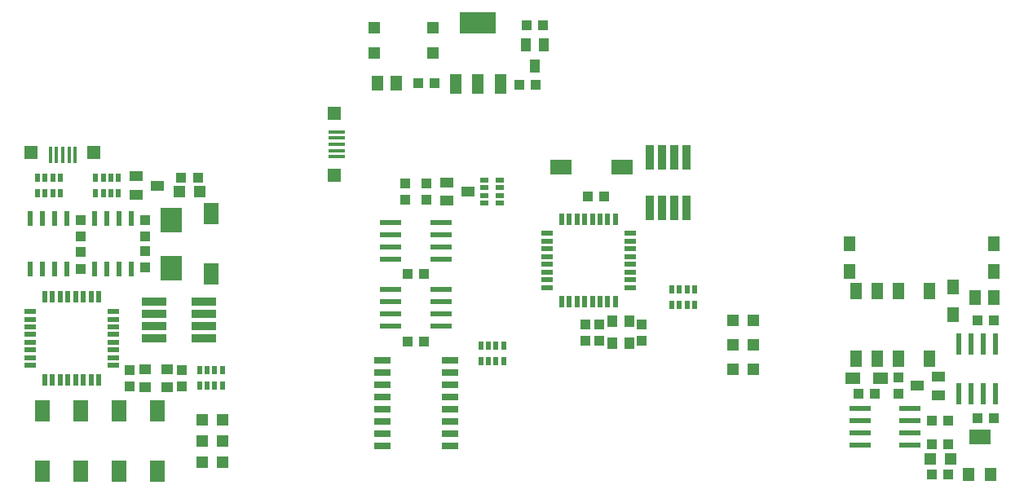
<source format=gtp>
G04 EAGLE Gerber RS-274X export*
G75*
%MOMM*%
%FSLAX34Y34*%
%LPD*%
%INTop Paste*%
%IPPOS*%
%AMOC8*
5,1,8,0,0,1.08239X$1,22.5*%
G01*
%ADD10R,0.558800X1.270000*%
%ADD11R,1.270000X0.558800*%
%ADD12R,1.200000X1.200000*%
%ADD13R,0.500000X0.900000*%
%ADD14R,1.000000X1.100000*%
%ADD15R,2.200000X2.600000*%
%ADD16R,0.584200X1.524000*%
%ADD17R,2.540000X0.889000*%
%ADD18R,1.600000X2.300000*%
%ADD19R,0.400000X1.800000*%
%ADD20R,1.400000X1.400000*%
%ADD21R,1.400000X1.000000*%
%ADD22R,1.300000X1.100000*%
%ADD23R,1.100000X1.000000*%
%ADD24R,1.800000X0.400000*%
%ADD25R,1.200000X2.000000*%
%ADD26R,3.800000X2.300000*%
%ADD27R,2.200000X0.600000*%
%ADD28R,1.700000X0.800000*%
%ADD29R,1.000000X1.400000*%
%ADD30R,1.300000X1.500000*%
%ADD31R,0.900000X0.500000*%
%ADD32R,0.889000X2.540000*%
%ADD33R,2.300000X1.600000*%
%ADD34R,1.100000X1.300000*%
%ADD35R,1.200000X1.500000*%
%ADD36R,1.500000X1.200000*%
%ADD37R,0.600000X2.200000*%
%ADD38R,1.200000X1.800000*%
%ADD39R,2.300000X1.500000*%
%ADD40R,1.300000X1.400000*%


D10*
X25975Y111062D03*
X33975Y111062D03*
X41975Y111062D03*
X49975Y111062D03*
X57975Y111062D03*
X65975Y111062D03*
X73975Y111062D03*
X81975Y111062D03*
D11*
X96901Y125988D03*
X96901Y133988D03*
X96901Y141988D03*
X96901Y149988D03*
X96901Y157988D03*
X96901Y165988D03*
X96901Y173988D03*
X96901Y181988D03*
D10*
X81975Y196914D03*
X73975Y196914D03*
X65975Y196914D03*
X57975Y196914D03*
X49975Y196914D03*
X41975Y196914D03*
X33975Y196914D03*
X25975Y196914D03*
D11*
X11049Y181988D03*
X11049Y173988D03*
X11049Y165988D03*
X11049Y157988D03*
X11049Y149988D03*
X11049Y141988D03*
X11049Y133988D03*
X11049Y125988D03*
D12*
X210525Y69850D03*
X189525Y69850D03*
X210525Y47625D03*
X189525Y47625D03*
X210525Y25400D03*
X189525Y25400D03*
D13*
X210438Y120713D03*
X202438Y120713D03*
X194438Y120713D03*
X186438Y120713D03*
X186438Y104713D03*
X194438Y104713D03*
X202438Y104713D03*
X210438Y104713D03*
D14*
X114300Y104213D03*
X114300Y121213D03*
X168275Y104213D03*
X168275Y121213D03*
X63500Y276788D03*
X63500Y259788D03*
D13*
X18163Y304738D03*
X26163Y304738D03*
X34163Y304738D03*
X42163Y304738D03*
X42163Y320738D03*
X34163Y320738D03*
X26163Y320738D03*
X18163Y320738D03*
D15*
X157163Y226875D03*
X157163Y276875D03*
D14*
X63500Y243450D03*
X63500Y226450D03*
D16*
X23813Y226413D03*
X23813Y278413D03*
X11113Y226413D03*
X36513Y226413D03*
X49213Y226413D03*
X11113Y278413D03*
X36513Y278413D03*
X49213Y278413D03*
D17*
X139100Y179388D03*
X191100Y179388D03*
X139100Y192088D03*
X139100Y166688D03*
X139100Y153988D03*
X191100Y192088D03*
X191100Y166688D03*
X191100Y153988D03*
D18*
X23813Y79125D03*
X23813Y16125D03*
X63500Y79125D03*
X63500Y16125D03*
X103188Y79125D03*
X103188Y16125D03*
X142875Y16125D03*
X142875Y79125D03*
D16*
X103188Y278413D03*
X103188Y226413D03*
X115888Y278413D03*
X90488Y278413D03*
X77788Y278413D03*
X115888Y226413D03*
X90488Y226413D03*
X77788Y226413D03*
D19*
X37950Y344388D03*
X31450Y344388D03*
X50950Y344388D03*
X57450Y344388D03*
X44450Y344388D03*
D20*
X11950Y346888D03*
X76450Y346888D03*
D14*
X130175Y276788D03*
X130175Y259788D03*
D21*
X142763Y312738D03*
X120763Y303238D03*
X120763Y322238D03*
D14*
X130175Y228038D03*
X130175Y245038D03*
D13*
X102488Y320738D03*
X94488Y320738D03*
X86488Y320738D03*
X78488Y320738D03*
X78488Y304738D03*
X86488Y304738D03*
X94488Y304738D03*
X102488Y304738D03*
D18*
X198438Y283913D03*
X198438Y220913D03*
D22*
X129788Y121713D03*
X152788Y103713D03*
X152788Y121713D03*
X129788Y103713D03*
D12*
X165713Y306388D03*
X186713Y306388D03*
D14*
X184713Y320675D03*
X167713Y320675D03*
D12*
X428963Y476550D03*
X428963Y450550D03*
X367963Y450550D03*
X367963Y476550D03*
D23*
X430775Y419100D03*
X413775Y419100D03*
X419663Y220663D03*
X402663Y220663D03*
D24*
X328713Y349100D03*
X328713Y342600D03*
X328713Y362100D03*
X328713Y368600D03*
X328713Y355600D03*
D20*
X326213Y323100D03*
X326213Y387600D03*
D10*
X562550Y192024D03*
X570550Y192024D03*
X578550Y192024D03*
X586550Y192024D03*
X594550Y192024D03*
X602550Y192024D03*
X610550Y192024D03*
X618550Y192024D03*
D11*
X633476Y206950D03*
X633476Y214950D03*
X633476Y222950D03*
X633476Y230950D03*
X633476Y238950D03*
X633476Y246950D03*
X633476Y254950D03*
X633476Y262950D03*
D10*
X618550Y277876D03*
X610550Y277876D03*
X602550Y277876D03*
X594550Y277876D03*
X586550Y277876D03*
X578550Y277876D03*
X570550Y277876D03*
X562550Y277876D03*
D11*
X547624Y262950D03*
X547624Y254950D03*
X547624Y246950D03*
X547624Y238950D03*
X547624Y230950D03*
X547624Y222950D03*
X547624Y214950D03*
X547624Y206950D03*
D25*
X498893Y418080D03*
X475893Y418080D03*
X452893Y418080D03*
D26*
X475893Y481580D03*
D27*
X385163Y261938D03*
X437163Y261938D03*
X385163Y274638D03*
X385163Y249238D03*
X385163Y236538D03*
X437163Y274638D03*
X437163Y249238D03*
X437163Y236538D03*
D28*
X376578Y42555D03*
X376578Y55305D03*
X376578Y68055D03*
X376578Y80805D03*
X376578Y93555D03*
X376578Y106055D03*
X376578Y118805D03*
X376578Y131555D03*
X447078Y42555D03*
X447078Y55305D03*
X447078Y68055D03*
X447078Y80805D03*
X447078Y93555D03*
X447078Y106055D03*
X447078Y118805D03*
X447078Y131555D03*
D12*
X761388Y173038D03*
X740388Y173038D03*
X761388Y147638D03*
X740388Y147638D03*
X761388Y122238D03*
X740388Y122238D03*
D13*
X502538Y146113D03*
X494538Y146113D03*
X486538Y146113D03*
X478538Y146113D03*
X478538Y130113D03*
X486538Y130113D03*
X494538Y130113D03*
X502538Y130113D03*
X700975Y204850D03*
X692975Y204850D03*
X684975Y204850D03*
X676975Y204850D03*
X676975Y188850D03*
X684975Y188850D03*
X692975Y188850D03*
X700975Y188850D03*
D14*
X646113Y151838D03*
X646113Y168838D03*
X601663Y151838D03*
X601663Y168838D03*
D23*
X589988Y301625D03*
X606988Y301625D03*
X518550Y417513D03*
X535550Y417513D03*
D29*
X534988Y436675D03*
X525488Y458675D03*
X544488Y458675D03*
D30*
X390475Y419100D03*
X371475Y419100D03*
D23*
X402663Y150813D03*
X419663Y150813D03*
D21*
X465025Y306388D03*
X443025Y296888D03*
X443025Y315888D03*
D23*
X400050Y297888D03*
X400050Y314888D03*
D14*
X422275Y297888D03*
X422275Y314888D03*
D31*
X498538Y294388D03*
X498538Y302388D03*
X498538Y310388D03*
X498538Y318388D03*
X482538Y318388D03*
X482538Y310388D03*
X482538Y302388D03*
X482538Y294388D03*
D14*
X543488Y479425D03*
X526488Y479425D03*
X587375Y151838D03*
X587375Y168838D03*
D27*
X385163Y192088D03*
X437163Y192088D03*
X385163Y204788D03*
X385163Y179388D03*
X385163Y166688D03*
X437163Y204788D03*
X437163Y179388D03*
X437163Y166688D03*
D32*
X679450Y341913D03*
X679450Y289913D03*
X692150Y341913D03*
X666750Y341913D03*
X654050Y341913D03*
X692150Y289913D03*
X666750Y289913D03*
X654050Y289913D03*
D33*
X562225Y331788D03*
X625225Y331788D03*
D34*
X614888Y148838D03*
X632888Y171838D03*
X614888Y171838D03*
X632888Y148838D03*
D14*
X912813Y113275D03*
X912813Y96275D03*
D23*
X994800Y173038D03*
X1011800Y173038D03*
X994800Y71438D03*
X1011800Y71438D03*
D35*
X1011238Y223625D03*
X1011238Y252625D03*
D36*
X893975Y112713D03*
X864975Y112713D03*
D27*
X872525Y68263D03*
X924525Y68263D03*
X872525Y80963D03*
X872525Y55563D03*
X872525Y42863D03*
X924525Y80963D03*
X924525Y55563D03*
X924525Y42863D03*
D37*
X987425Y96238D03*
X987425Y148238D03*
X974725Y96238D03*
X1000125Y96238D03*
X1012825Y96238D03*
X974725Y148238D03*
X1000125Y148238D03*
X1012825Y148238D03*
D38*
X944463Y203275D03*
X944463Y133275D03*
X912463Y203275D03*
X912463Y133275D03*
X890463Y203275D03*
X890463Y133275D03*
X868463Y203275D03*
X868463Y133275D03*
D12*
X945175Y28575D03*
X966175Y28575D03*
D14*
X947175Y68263D03*
X964175Y68263D03*
X947175Y44450D03*
X964175Y44450D03*
X947175Y12700D03*
X964175Y12700D03*
D21*
X931975Y104775D03*
X953975Y114275D03*
X953975Y95275D03*
D35*
X969500Y207488D03*
X969500Y178488D03*
X862013Y223625D03*
X862013Y252625D03*
D23*
X887975Y96838D03*
X870975Y96838D03*
D39*
X996950Y51338D03*
D40*
X985450Y12838D03*
X1008450Y12838D03*
D30*
X1011213Y196850D03*
X992213Y196850D03*
M02*

</source>
